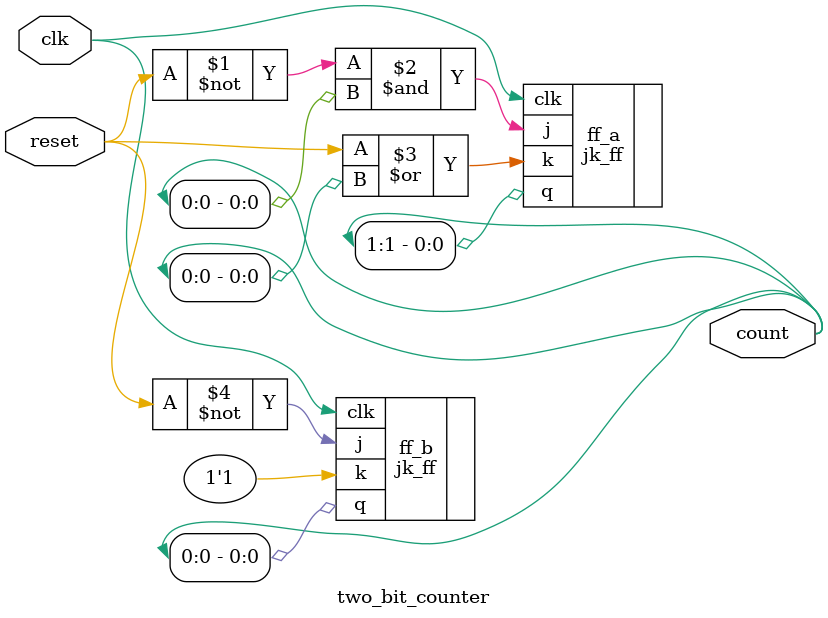
<source format=v>
module two_bit_counter(clk, reset, count);

	input clk, reset;
	output [1:0] count;

	jk_ff ff_a(.j(~reset & count[0]), .k(reset | count[0]), .clk(clk), .q(count[1]));
	jk_ff ff_b(.j(~reset), .k(1'b1), .clk(clk), .q(count[0]));

	//assign #10 clk = ~clk;


endmodule
</source>
